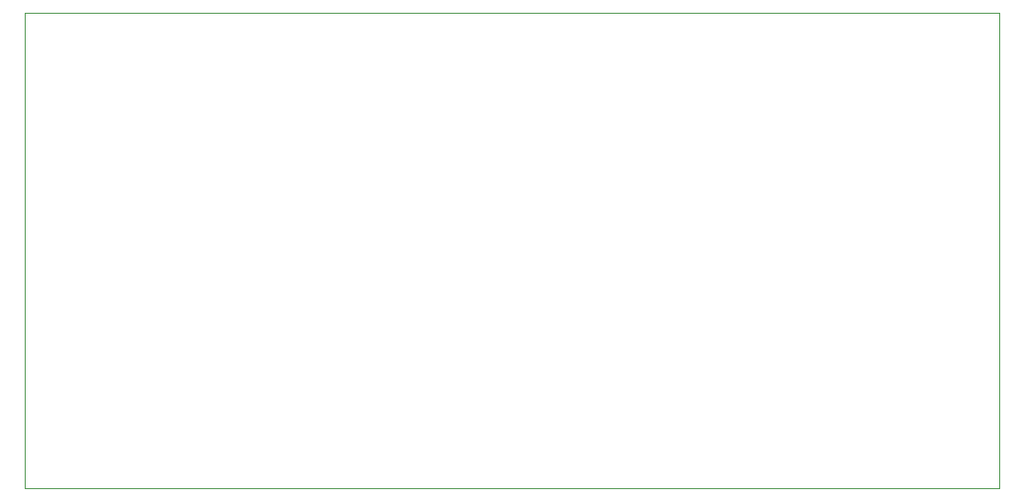
<source format=gbr>
%TF.GenerationSoftware,KiCad,Pcbnew,8.0.1*%
%TF.CreationDate,2024-04-03T08:14:29+10:00*%
%TF.ProjectId,Asus ATX USB PS2 Breakout,41737573-2041-4545-9820-555342205053,rev?*%
%TF.SameCoordinates,Original*%
%TF.FileFunction,Profile,NP*%
%FSLAX46Y46*%
G04 Gerber Fmt 4.6, Leading zero omitted, Abs format (unit mm)*
G04 Created by KiCad (PCBNEW 8.0.1) date 2024-04-03 08:14:29*
%MOMM*%
%LPD*%
G01*
G04 APERTURE LIST*
%TA.AperFunction,Profile*%
%ADD10C,0.100000*%
%TD*%
G04 APERTURE END LIST*
D10*
X113000000Y-68326000D02*
X203000000Y-68326000D01*
X203000000Y-112326000D01*
X113000000Y-112326000D01*
X113000000Y-68326000D01*
M02*

</source>
